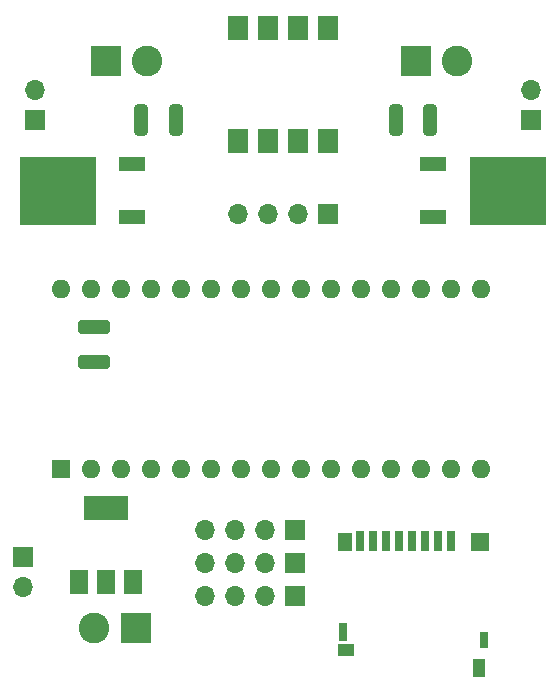
<source format=gbr>
%TF.GenerationSoftware,KiCad,Pcbnew,(6.0.1)*%
%TF.CreationDate,2022-02-20T19:29:58+01:00*%
%TF.ProjectId,NANOFC,4e414e4f-4643-42e6-9b69-6361645f7063,rev?*%
%TF.SameCoordinates,Original*%
%TF.FileFunction,Soldermask,Bot*%
%TF.FilePolarity,Negative*%
%FSLAX46Y46*%
G04 Gerber Fmt 4.6, Leading zero omitted, Abs format (unit mm)*
G04 Created by KiCad (PCBNEW (6.0.1)) date 2022-02-20 19:29:58*
%MOMM*%
%LPD*%
G01*
G04 APERTURE LIST*
G04 Aperture macros list*
%AMRoundRect*
0 Rectangle with rounded corners*
0 $1 Rounding radius*
0 $2 $3 $4 $5 $6 $7 $8 $9 X,Y pos of 4 corners*
0 Add a 4 corners polygon primitive as box body*
4,1,4,$2,$3,$4,$5,$6,$7,$8,$9,$2,$3,0*
0 Add four circle primitives for the rounded corners*
1,1,$1+$1,$2,$3*
1,1,$1+$1,$4,$5*
1,1,$1+$1,$6,$7*
1,1,$1+$1,$8,$9*
0 Add four rect primitives between the rounded corners*
20,1,$1+$1,$2,$3,$4,$5,0*
20,1,$1+$1,$4,$5,$6,$7,0*
20,1,$1+$1,$6,$7,$8,$9,0*
20,1,$1+$1,$8,$9,$2,$3,0*%
G04 Aperture macros list end*
%ADD10R,2.600000X2.600000*%
%ADD11C,2.600000*%
%ADD12R,1.700000X1.700000*%
%ADD13O,1.700000X1.700000*%
%ADD14R,1.600000X1.600000*%
%ADD15O,1.600000X1.600000*%
%ADD16R,0.700000X1.750000*%
%ADD17R,1.450000X1.000000*%
%ADD18R,1.000000X1.550000*%
%ADD19R,1.500000X1.500000*%
%ADD20R,0.800000X1.500000*%
%ADD21R,0.800000X1.400000*%
%ADD22R,1.300000X1.500000*%
%ADD23R,2.200000X1.200000*%
%ADD24R,6.400000X5.800000*%
%ADD25RoundRect,0.250000X0.312500X1.075000X-0.312500X1.075000X-0.312500X-1.075000X0.312500X-1.075000X0*%
%ADD26RoundRect,0.250000X1.100000X-0.325000X1.100000X0.325000X-1.100000X0.325000X-1.100000X-0.325000X0*%
%ADD27R,1.500000X2.000000*%
%ADD28R,3.800000X2.000000*%
%ADD29R,1.780000X2.000000*%
G04 APERTURE END LIST*
D10*
%TO.C,Pyro 2*%
X160000000Y-67000000D03*
D11*
X163500000Y-67000000D03*
%TD*%
D12*
%TO.C,Master Arm*%
X153000000Y-109000000D03*
D13*
X153000000Y-111540000D03*
%TD*%
D12*
%TO.C,J3*%
X178800000Y-80000000D03*
D13*
X176260000Y-80000000D03*
X173720000Y-80000000D03*
X171180000Y-80000000D03*
%TD*%
D12*
%TO.C,GND*%
X176000000Y-112300000D03*
D13*
X173460000Y-112300000D03*
X170920000Y-112300000D03*
X168380000Y-112300000D03*
%TD*%
D14*
%TO.C,A1*%
X156210000Y-101590000D03*
D15*
X158750000Y-101590000D03*
X161290000Y-101590000D03*
X163830000Y-101590000D03*
X166370000Y-101590000D03*
X168910000Y-101590000D03*
X171450000Y-101590000D03*
X173990000Y-101590000D03*
X176530000Y-101590000D03*
X179070000Y-101590000D03*
X181610000Y-101590000D03*
X184150000Y-101590000D03*
X186690000Y-101590000D03*
X189230000Y-101590000D03*
X191770000Y-101590000D03*
X191770000Y-86350000D03*
X189230000Y-86350000D03*
X186690000Y-86350000D03*
X184150000Y-86350000D03*
X181610000Y-86350000D03*
X179070000Y-86350000D03*
X176530000Y-86350000D03*
X173990000Y-86350000D03*
X171450000Y-86350000D03*
X168910000Y-86350000D03*
X166370000Y-86350000D03*
X163830000Y-86350000D03*
X161290000Y-86350000D03*
X158750000Y-86350000D03*
X156210000Y-86350000D03*
%TD*%
D12*
%TO.C,P1 Arm*%
X196000000Y-72000000D03*
D13*
X196000000Y-69460000D03*
%TD*%
D12*
%TO.C,V+*%
X176000000Y-109500000D03*
D13*
X173460000Y-109500000D03*
X170920000Y-109500000D03*
X168380000Y-109500000D03*
%TD*%
D10*
%TO.C,Pyro 1*%
X186250000Y-67000000D03*
D11*
X189750000Y-67000000D03*
%TD*%
D10*
%TO.C,Power in*%
X162500000Y-115000000D03*
D11*
X159000000Y-115000000D03*
%TD*%
D12*
%TO.C,P2 Arm*%
X154000000Y-72000000D03*
D13*
X154000000Y-69460000D03*
%TD*%
D12*
%TO.C,SIG*%
X176000000Y-106700000D03*
D13*
X173460000Y-106700000D03*
X170920000Y-106700000D03*
X168380000Y-106700000D03*
%TD*%
D16*
%TO.C,J11*%
X189175000Y-107650000D03*
X188075000Y-107650000D03*
X186975000Y-107650000D03*
X185875000Y-107650000D03*
X184775000Y-107650000D03*
X183675000Y-107650000D03*
X182575000Y-107650000D03*
X181475000Y-107650000D03*
D17*
X180350000Y-116875000D03*
D18*
X191575000Y-118450000D03*
D19*
X191625000Y-107775000D03*
D20*
X180025000Y-115375000D03*
D21*
X191975000Y-116025000D03*
D22*
X180275000Y-107775000D03*
%TD*%
D23*
%TO.C,Q1*%
X187700000Y-80280000D03*
D24*
X194000000Y-78000000D03*
D23*
X187700000Y-75720000D03*
%TD*%
D25*
%TO.C,R1*%
X187462500Y-72000000D03*
X184537500Y-72000000D03*
%TD*%
D26*
%TO.C,C1*%
X159000000Y-92475000D03*
X159000000Y-89525000D03*
%TD*%
D23*
%TO.C,Q2*%
X162200000Y-75720000D03*
D24*
X155900000Y-78000000D03*
D23*
X162200000Y-80280000D03*
%TD*%
D27*
%TO.C,U1*%
X162300000Y-111150000D03*
D28*
X160000000Y-104850000D03*
D27*
X160000000Y-111150000D03*
X157700000Y-111150000D03*
%TD*%
D29*
%TO.C,U2*%
X178810000Y-73765000D03*
X176270000Y-73765000D03*
X173730000Y-73765000D03*
X171190000Y-73765000D03*
X171190000Y-64235000D03*
X173730000Y-64235000D03*
X176270000Y-64235000D03*
X178810000Y-64235000D03*
%TD*%
D25*
%TO.C,R2*%
X165925000Y-72000000D03*
X163000000Y-72000000D03*
%TD*%
M02*

</source>
